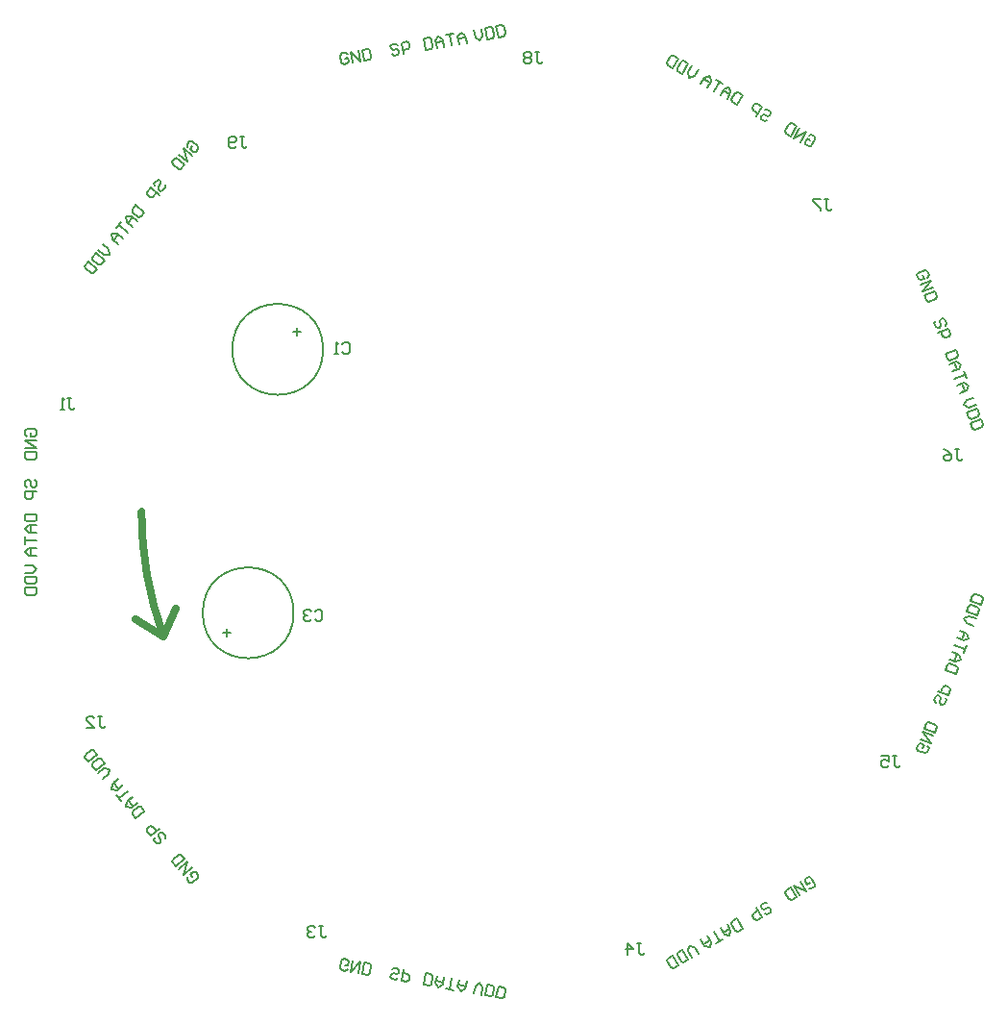
<source format=gbo>
G04*
G04 #@! TF.GenerationSoftware,Altium Limited,Altium Designer,21.7.2 (23)*
G04*
G04 Layer_Color=32896*
%FSAX44Y44*%
%MOMM*%
G71*
G04*
G04 #@! TF.SameCoordinates,F2B12908-CB5E-45EB-B16A-3418207F8AD6*
G04*
G04*
G04 #@! TF.FilePolarity,Positive*
G04*
G01*
G75*
%ADD10C,0.2000*%
%ADD123C,0.7000*%
D10*
X00280000Y00581000D02*
G03*
X00280000Y00581000I-00040000J00000000D01*
G01*
X00254000Y00349000D02*
G03*
X00254000Y00349000I-00040000J00000000D01*
G01*
X00131339Y00151151D02*
X00131134Y00148804D01*
X00133276Y00146251D01*
X00135623Y00146046D01*
X00136899Y00147117D01*
X00137105Y00149464D01*
X00134963Y00152017D01*
X00135168Y00154364D01*
X00136445Y00155435D01*
X00138792Y00155230D01*
X00140934Y00152677D01*
X00140728Y00150330D01*
X00135579Y00159059D02*
X00127921Y00152633D01*
X00124708Y00156462D01*
X00124913Y00158809D01*
X00127466Y00160951D01*
X00129813Y00160746D01*
X00133026Y00156917D01*
X00160265Y00116679D02*
X00160059Y00114332D01*
X00162201Y00111779D01*
X00164548Y00111574D01*
X00169654Y00115858D01*
X00169859Y00118205D01*
X00167717Y00120758D01*
X00165370Y00120963D01*
X00162817Y00118821D01*
X00164959Y00116269D01*
X00164504Y00124587D02*
X00156846Y00118161D01*
X00160221Y00129692D01*
X00152563Y00123266D01*
X00150421Y00125819D02*
X00158079Y00132245D01*
X00154866Y00136074D01*
X00152518Y00136279D01*
X00147413Y00131995D01*
X00147208Y00129648D01*
X00150421Y00125819D01*
X00115063Y00167956D02*
X00122721Y00174382D01*
X00119508Y00178211D01*
X00117161Y00178417D01*
X00112056Y00174133D01*
X00111850Y00171785D01*
X00115063Y00167956D01*
X00116295Y00182040D02*
X00111190Y00177756D01*
X00106495Y00178167D01*
X00106906Y00182862D01*
X00112011Y00187145D01*
X00108182Y00183933D01*
X00112466Y00178827D01*
X00102211Y00183272D02*
X00097928Y00188378D01*
X00100070Y00185825D01*
X00107727Y00192251D01*
X00103444Y00197356D02*
X00098338Y00193072D01*
X00093644Y00193483D01*
X00094054Y00198178D01*
X00099160Y00202461D01*
X00095331Y00199249D01*
X00099615Y00194143D01*
X00086138Y00202428D02*
X00091243Y00206712D01*
X00091654Y00211407D01*
X00086959Y00211818D01*
X00081854Y00207534D01*
X00079712Y00210086D02*
X00087370Y00216512D01*
X00084157Y00220341D01*
X00081810Y00220546D01*
X00076704Y00216263D01*
X00076499Y00213915D01*
X00079712Y00210086D01*
X00073286Y00217744D02*
X00080944Y00224170D01*
X00077731Y00227999D01*
X00075384Y00228204D01*
X00070279Y00223921D01*
X00070073Y00221573D01*
X00073286Y00217744D01*
X00668892Y00084218D02*
X00671168Y00083608D01*
X00674054Y00085274D01*
X00674664Y00087550D01*
X00673831Y00088993D01*
X00671555Y00089603D01*
X00668669Y00087936D01*
X00666393Y00088546D01*
X00665560Y00089989D01*
X00666170Y00092265D01*
X00669056Y00093931D01*
X00671332Y00093322D01*
X00661841Y00089766D02*
X00666840Y00081109D01*
X00662511Y00078609D01*
X00660235Y00079219D01*
X00658569Y00082105D01*
X00659179Y00084381D01*
X00663507Y00086880D01*
X00707863Y00106718D02*
X00710139Y00106108D01*
X00713025Y00107774D01*
X00713635Y00110050D01*
X00710303Y00115822D01*
X00708027Y00116431D01*
X00705141Y00114765D01*
X00704531Y00112489D01*
X00706197Y00109603D01*
X00709083Y00111270D01*
X00700812Y00112266D02*
X00705811Y00103609D01*
X00695041Y00108934D01*
X00700039Y00100276D01*
X00697153Y00098610D02*
X00692155Y00107268D01*
X00687826Y00104768D01*
X00687216Y00102493D01*
X00690548Y00096721D01*
X00692824Y00096111D01*
X00697153Y00098610D01*
X00649516Y00071107D02*
X00644518Y00079765D01*
X00640189Y00077265D01*
X00639579Y00074989D01*
X00642912Y00069218D01*
X00645188Y00068608D01*
X00649516Y00071107D01*
X00635860Y00074766D02*
X00639193Y00068995D01*
X00637973Y00064443D01*
X00633421Y00065662D01*
X00630089Y00071434D01*
X00632588Y00067105D01*
X00638360Y00070437D01*
X00632201Y00061110D02*
X00626430Y00057778D01*
X00629315Y00059444D01*
X00624317Y00068102D01*
X00618545Y00064769D02*
X00621878Y00058998D01*
X00620658Y00054446D01*
X00616106Y00055665D01*
X00612774Y00061437D01*
X00615273Y00057108D01*
X00621045Y00060441D01*
X00610545Y00048607D02*
X00607213Y00054379D01*
X00602661Y00055598D01*
X00601441Y00051046D01*
X00604774Y00045275D01*
X00601888Y00043609D02*
X00596889Y00052266D01*
X00592561Y00049767D01*
X00591951Y00047491D01*
X00595283Y00041719D01*
X00597559Y00041109D01*
X00601888Y00043609D01*
X00593230Y00038610D02*
X00588232Y00047268D01*
X00583903Y00044769D01*
X00583293Y00042492D01*
X00586626Y00036721D01*
X00588901Y00036111D01*
X00593230Y00038610D01*
X00345912Y00848732D02*
X00343982Y00850084D01*
X00340700Y00849505D01*
X00339349Y00847575D01*
X00339638Y00845934D01*
X00341568Y00844583D01*
X00344850Y00845162D01*
X00346780Y00843810D01*
X00347070Y00842169D01*
X00345718Y00840239D01*
X00342436Y00839660D01*
X00340506Y00841012D01*
X00350640Y00841107D02*
X00348904Y00850952D01*
X00353827Y00851820D01*
X00355757Y00850468D01*
X00356336Y00847187D01*
X00354984Y00845257D01*
X00350062Y00844389D01*
X00301596Y00840918D02*
X00299666Y00842270D01*
X00296384Y00841691D01*
X00295033Y00839761D01*
X00296190Y00833198D01*
X00298120Y00831846D01*
X00301402Y00832425D01*
X00302753Y00834355D01*
X00302174Y00837637D01*
X00298893Y00837058D01*
X00306324Y00833293D02*
X00304588Y00843138D01*
X00312887Y00834450D01*
X00311151Y00844295D01*
X00314433Y00844874D02*
X00316169Y00835029D01*
X00321091Y00835897D01*
X00322443Y00837827D01*
X00321286Y00844390D01*
X00319355Y00845742D01*
X00314433Y00844874D01*
X00368604Y00854425D02*
X00370340Y00844581D01*
X00375262Y00845449D01*
X00376614Y00847379D01*
X00375456Y00853942D01*
X00373526Y00855293D01*
X00368604Y00854425D01*
X00380185Y00846316D02*
X00379027Y00852880D01*
X00381730Y00856740D01*
X00385591Y00854037D01*
X00386748Y00847474D01*
X00385880Y00852396D01*
X00379317Y00851239D01*
X00388294Y00857897D02*
X00394857Y00859054D01*
X00391575Y00858476D01*
X00393311Y00848631D01*
X00399874Y00849788D02*
X00398717Y00856351D01*
X00401420Y00860212D01*
X00405280Y00857509D01*
X00406438Y00850946D01*
X00405570Y00855868D01*
X00399007Y00854711D01*
X00412920Y00862240D02*
X00414077Y00855676D01*
X00417938Y00852973D01*
X00420641Y00856834D01*
X00419483Y00863397D01*
X00422765Y00863976D02*
X00424501Y00854131D01*
X00429423Y00854999D01*
X00430775Y00856929D01*
X00429618Y00863492D01*
X00427687Y00864844D01*
X00422765Y00863976D01*
X00432610Y00865712D02*
X00434346Y00855866D01*
X00439268Y00856734D01*
X00440620Y00858665D01*
X00439463Y00865228D01*
X00437532Y00866579D01*
X00432610Y00865712D01*
X00828154Y00601981D02*
X00829150Y00604117D01*
X00828010Y00607248D01*
X00825875Y00608244D01*
X00824309Y00607674D01*
X00823313Y00605538D01*
X00824453Y00602407D01*
X00823457Y00600272D01*
X00821892Y00599702D01*
X00819756Y00600698D01*
X00818616Y00603829D01*
X00819612Y00605964D01*
X00821466Y00596001D02*
X00830860Y00599420D01*
X00832569Y00594723D01*
X00831573Y00592587D01*
X00828442Y00591448D01*
X00826307Y00592443D01*
X00824597Y00597140D01*
X00812763Y00644267D02*
X00813759Y00646403D01*
X00812620Y00649534D01*
X00810484Y00650530D01*
X00804221Y00648251D01*
X00803226Y00646115D01*
X00804365Y00642984D01*
X00806501Y00641988D01*
X00809632Y00643128D01*
X00808492Y00646259D01*
X00806075Y00638287D02*
X00815469Y00641706D01*
X00808354Y00632024D01*
X00817748Y00635443D01*
X00818888Y00632312D02*
X00809494Y00628893D01*
X00811204Y00624196D01*
X00813339Y00623200D01*
X00819602Y00625480D01*
X00820597Y00627615D01*
X00818888Y00632312D01*
X00837701Y00580623D02*
X00828307Y00577204D01*
X00830017Y00572507D01*
X00832152Y00571511D01*
X00838415Y00573791D01*
X00839411Y00575926D01*
X00837701Y00580623D01*
X00831726Y00567810D02*
X00837989Y00570089D01*
X00842260Y00568098D01*
X00840268Y00563827D01*
X00834006Y00561547D01*
X00838703Y00563257D01*
X00836423Y00569520D01*
X00844539Y00561835D02*
X00846819Y00555573D01*
X00845679Y00558704D01*
X00836285Y00555285D01*
X00838565Y00549022D02*
X00844827Y00551301D01*
X00849098Y00549310D01*
X00847107Y00545039D01*
X00840844Y00542760D01*
X00845541Y00544469D01*
X00843261Y00550732D01*
X00853092Y00538337D02*
X00846830Y00536057D01*
X00844838Y00531786D01*
X00849109Y00529795D01*
X00855372Y00532074D01*
X00856511Y00528943D02*
X00847117Y00525524D01*
X00848827Y00520827D01*
X00850962Y00519831D01*
X00857225Y00522110D01*
X00858221Y00524246D01*
X00856511Y00528943D01*
X00859930Y00519549D02*
X00850536Y00516130D01*
X00852246Y00511433D01*
X00854381Y00510437D01*
X00860644Y00512716D01*
X00861640Y00514852D01*
X00859930Y00519549D01*
X00131339Y00724848D02*
X00131134Y00727196D01*
X00133276Y00729749D01*
X00135623Y00729954D01*
X00136899Y00728883D01*
X00137105Y00726536D01*
X00134963Y00723983D01*
X00135168Y00721636D01*
X00136445Y00720565D01*
X00138792Y00720770D01*
X00140934Y00723323D01*
X00140728Y00725670D01*
X00135579Y00716941D02*
X00127921Y00723367D01*
X00124708Y00719538D01*
X00124913Y00717191D01*
X00127466Y00715049D01*
X00129813Y00715254D01*
X00133026Y00719083D01*
X00160265Y00759321D02*
X00160059Y00761668D01*
X00162201Y00764221D01*
X00164549Y00764426D01*
X00169654Y00760142D01*
X00169859Y00757795D01*
X00167717Y00755242D01*
X00165370Y00755037D01*
X00162817Y00757179D01*
X00164959Y00759731D01*
X00164504Y00751413D02*
X00156846Y00757839D01*
X00160221Y00746308D01*
X00152563Y00752734D01*
X00150421Y00750181D02*
X00158079Y00743755D01*
X00154866Y00739926D01*
X00152518Y00739721D01*
X00147413Y00744005D01*
X00147208Y00746352D01*
X00150421Y00750181D01*
X00115063Y00708044D02*
X00122721Y00701618D01*
X00119508Y00697789D01*
X00117161Y00697583D01*
X00112056Y00701867D01*
X00111850Y00704214D01*
X00115063Y00708044D01*
X00116295Y00693960D02*
X00111190Y00698244D01*
X00106495Y00697833D01*
X00106906Y00693138D01*
X00112011Y00688855D01*
X00108182Y00692067D01*
X00112466Y00697173D01*
X00102212Y00692728D02*
X00097928Y00687622D01*
X00100070Y00690175D01*
X00107727Y00683749D01*
X00103444Y00678644D02*
X00098338Y00682928D01*
X00093644Y00682517D01*
X00094054Y00677822D01*
X00099160Y00673539D01*
X00095331Y00676751D01*
X00099615Y00681857D01*
X00086138Y00673572D02*
X00091243Y00669288D01*
X00091654Y00664593D01*
X00086959Y00664182D01*
X00081854Y00668466D01*
X00079712Y00665914D02*
X00087370Y00659488D01*
X00084157Y00655659D01*
X00081810Y00655453D01*
X00076704Y00659737D01*
X00076499Y00662085D01*
X00079712Y00665914D01*
X00073286Y00658256D02*
X00080944Y00651830D01*
X00077731Y00648001D01*
X00075384Y00647795D01*
X00070279Y00652079D01*
X00070073Y00654427D01*
X00073286Y00658256D01*
X00668892Y00791782D02*
X00671168Y00792392D01*
X00674054Y00790726D01*
X00674664Y00788450D01*
X00673831Y00787007D01*
X00671555Y00786397D01*
X00668669Y00788063D01*
X00666393Y00787453D01*
X00665560Y00786011D01*
X00666170Y00783735D01*
X00669056Y00782068D01*
X00671332Y00782678D01*
X00661841Y00786234D02*
X00666840Y00794891D01*
X00662511Y00797390D01*
X00660235Y00796781D01*
X00658569Y00793895D01*
X00659179Y00791619D01*
X00663507Y00789120D01*
X00707864Y00769282D02*
X00710140Y00769892D01*
X00713025Y00768226D01*
X00713635Y00765950D01*
X00710303Y00760179D01*
X00708027Y00759569D01*
X00705141Y00761235D01*
X00704531Y00763511D01*
X00706198Y00766396D01*
X00709083Y00764730D01*
X00700813Y00763734D02*
X00705811Y00772391D01*
X00695041Y00767066D01*
X00700039Y00775724D01*
X00697153Y00777390D02*
X00692155Y00768732D01*
X00687826Y00771232D01*
X00687216Y00773508D01*
X00690549Y00779279D01*
X00692825Y00779889D01*
X00697153Y00777390D01*
X00649517Y00804893D02*
X00644518Y00796236D01*
X00640189Y00798735D01*
X00639580Y00801011D01*
X00642912Y00806782D01*
X00645188Y00807392D01*
X00649517Y00804893D01*
X00635861Y00801234D02*
X00639193Y00807005D01*
X00637973Y00811557D01*
X00633421Y00810338D01*
X00630089Y00804566D01*
X00632588Y00808895D01*
X00638360Y00805563D01*
X00632202Y00814890D02*
X00626430Y00818222D01*
X00629316Y00816556D01*
X00624317Y00807898D01*
X00618546Y00811231D02*
X00621878Y00817002D01*
X00620658Y00821554D01*
X00616106Y00820334D01*
X00612774Y00814563D01*
X00615273Y00818892D01*
X00621045Y00815559D01*
X00610545Y00827393D02*
X00607213Y00821621D01*
X00602661Y00820402D01*
X00601441Y00824954D01*
X00604774Y00830725D01*
X00601888Y00832391D02*
X00596889Y00823734D01*
X00592561Y00826233D01*
X00591951Y00828509D01*
X00595283Y00834281D01*
X00597559Y00834891D01*
X00601888Y00832391D01*
X00593230Y00837390D02*
X00588232Y00828732D01*
X00583903Y00831232D01*
X00583293Y00833507D01*
X00586626Y00839279D01*
X00588902Y00839889D01*
X00593230Y00837390D01*
X00828154Y00274019D02*
X00829150Y00271883D01*
X00828010Y00268752D01*
X00825875Y00267756D01*
X00824309Y00268326D01*
X00823314Y00270461D01*
X00824453Y00273593D01*
X00823457Y00275728D01*
X00821892Y00276298D01*
X00819756Y00275302D01*
X00818616Y00272171D01*
X00819612Y00270035D01*
X00821466Y00279999D02*
X00830860Y00276580D01*
X00832569Y00281277D01*
X00831573Y00283412D01*
X00828442Y00284552D01*
X00826307Y00283556D01*
X00824597Y00278859D01*
X00812763Y00231732D02*
X00813759Y00229597D01*
X00812619Y00226465D01*
X00810484Y00225470D01*
X00804221Y00227749D01*
X00803226Y00229885D01*
X00804365Y00233016D01*
X00806501Y00234012D01*
X00809632Y00232872D01*
X00808492Y00229741D01*
X00806075Y00237713D02*
X00815469Y00234294D01*
X00808354Y00243976D01*
X00817748Y00240556D01*
X00818888Y00243688D02*
X00809494Y00247107D01*
X00811204Y00251804D01*
X00813339Y00252799D01*
X00819602Y00250520D01*
X00820597Y00248385D01*
X00818888Y00243688D01*
X00837701Y00295377D02*
X00828307Y00298796D01*
X00830017Y00303493D01*
X00832152Y00304489D01*
X00838415Y00302209D01*
X00839411Y00300074D01*
X00837701Y00295377D01*
X00831726Y00308190D02*
X00837989Y00305910D01*
X00842260Y00307902D01*
X00840268Y00312173D01*
X00834006Y00314452D01*
X00838703Y00312743D01*
X00836423Y00306480D01*
X00844539Y00314165D02*
X00846819Y00320427D01*
X00845679Y00317296D01*
X00836285Y00320715D01*
X00838565Y00326978D02*
X00844827Y00324698D01*
X00849098Y00326690D01*
X00847106Y00330961D01*
X00840844Y00333240D01*
X00845541Y00331531D01*
X00843261Y00325268D01*
X00853092Y00337663D02*
X00846829Y00339943D01*
X00844838Y00344213D01*
X00849109Y00346205D01*
X00855371Y00343926D01*
X00856511Y00347057D02*
X00847117Y00350476D01*
X00848827Y00355173D01*
X00850962Y00356169D01*
X00857225Y00353889D01*
X00858221Y00351754D01*
X00856511Y00347057D01*
X00859930Y00356451D02*
X00850536Y00359870D01*
X00852246Y00364567D01*
X00854381Y00365563D01*
X00860644Y00363283D01*
X00861640Y00361148D01*
X00859930Y00356451D01*
X00345912Y00027268D02*
X00343982Y00025916D01*
X00340700Y00026495D01*
X00339349Y00028425D01*
X00339638Y00030066D01*
X00341568Y00031417D01*
X00344850Y00030838D01*
X00346780Y00032190D01*
X00347069Y00033831D01*
X00345718Y00035761D01*
X00342436Y00036340D01*
X00340506Y00034988D01*
X00350640Y00034893D02*
X00348904Y00025048D01*
X00353827Y00024180D01*
X00355757Y00025532D01*
X00356336Y00028813D01*
X00354984Y00030743D01*
X00350062Y00031611D01*
X00301596Y00035082D02*
X00299666Y00033730D01*
X00296384Y00034309D01*
X00295033Y00036239D01*
X00296190Y00042802D01*
X00298120Y00044154D01*
X00301402Y00043575D01*
X00302753Y00041645D01*
X00302174Y00038363D01*
X00298893Y00038942D01*
X00306324Y00042707D02*
X00304588Y00032862D01*
X00312887Y00041550D01*
X00311151Y00031705D01*
X00314433Y00031126D02*
X00316169Y00040971D01*
X00321091Y00040103D01*
X00322443Y00038173D01*
X00321286Y00031610D01*
X00319356Y00030258D01*
X00314433Y00031126D01*
X00368604Y00021575D02*
X00370340Y00031419D01*
X00375262Y00030552D01*
X00376614Y00028621D01*
X00375456Y00022058D01*
X00373526Y00020707D01*
X00368604Y00021575D01*
X00380185Y00029684D02*
X00379027Y00023120D01*
X00381730Y00019260D01*
X00385591Y00021963D01*
X00386748Y00028526D01*
X00385880Y00023604D01*
X00379317Y00024761D01*
X00388294Y00018103D02*
X00394857Y00016946D01*
X00391575Y00017524D01*
X00393311Y00027369D01*
X00399874Y00026212D02*
X00398717Y00019648D01*
X00401420Y00015788D01*
X00405280Y00018491D01*
X00406438Y00025055D01*
X00405570Y00020132D01*
X00399007Y00021289D01*
X00412920Y00013760D02*
X00414077Y00020324D01*
X00417938Y00023027D01*
X00420641Y00019166D01*
X00419483Y00012603D01*
X00422765Y00012024D02*
X00424501Y00021869D01*
X00429423Y00021001D01*
X00430775Y00019071D01*
X00429618Y00012508D01*
X00427688Y00011157D01*
X00422765Y00012024D01*
X00432610Y00010288D02*
X00434346Y00020133D01*
X00439268Y00019265D01*
X00440620Y00017335D01*
X00439463Y00010772D01*
X00437532Y00009421D01*
X00432610Y00010288D01*
X00019169Y00459336D02*
X00017503Y00461002D01*
Y00464334D01*
X00019169Y00466000D01*
X00020835D01*
X00022502Y00464334D01*
Y00461002D01*
X00024168Y00459336D01*
X00025834D01*
X00027500Y00461002D01*
Y00464334D01*
X00025834Y00466000D01*
X00027500Y00456003D02*
X00017503D01*
Y00451005D01*
X00019169Y00449339D01*
X00022502D01*
X00024168Y00451005D01*
Y00456003D01*
X00019169Y00504336D02*
X00017503Y00506002D01*
Y00509334D01*
X00019169Y00511000D01*
X00025834D01*
X00027500Y00509334D01*
Y00506002D01*
X00025834Y00504336D01*
X00022502D01*
Y00507668D01*
X00027500Y00501003D02*
X00017503D01*
X00027500Y00494339D01*
X00017503D01*
Y00491006D02*
X00027500D01*
Y00486008D01*
X00025834Y00484342D01*
X00019169D01*
X00017503Y00486008D01*
Y00491006D01*
Y00436000D02*
X00027500D01*
Y00431002D01*
X00025834Y00429336D01*
X00019169D01*
X00017503Y00431002D01*
Y00436000D01*
X00027500Y00426003D02*
X00020835D01*
X00017503Y00422671D01*
X00020835Y00419339D01*
X00027500D01*
X00022502D01*
Y00426003D01*
X00017503Y00416006D02*
Y00409342D01*
Y00412674D01*
X00027500D01*
Y00406010D02*
X00020835D01*
X00017503Y00402677D01*
X00020835Y00399345D01*
X00027500D01*
X00022502D01*
Y00406010D01*
X00017503Y00391000D02*
X00024168D01*
X00027500Y00387668D01*
X00024168Y00384336D01*
X00017503D01*
Y00381003D02*
X00027500D01*
Y00376005D01*
X00025834Y00374339D01*
X00019169D01*
X00017503Y00376005D01*
Y00381003D01*
Y00371006D02*
X00027500D01*
Y00366008D01*
X00025834Y00364342D01*
X00019169D01*
X00017503Y00366008D01*
Y00371006D01*
X00260500Y00596498D02*
X00253836D01*
X00257168Y00599831D02*
Y00593166D01*
X00192000Y00331752D02*
X00198664D01*
X00195332Y00328419D02*
Y00335084D01*
X00206666Y00767998D02*
X00209998D01*
X00208332D01*
Y00759668D01*
X00209998Y00758002D01*
X00211665D01*
X00213331Y00759668D01*
X00203334D02*
X00201668Y00758002D01*
X00198335D01*
X00196669Y00759668D01*
Y00766332D01*
X00198335Y00767998D01*
X00201668D01*
X00203334Y00766332D01*
Y00764666D01*
X00201668Y00763000D01*
X00196669D01*
X00466666Y00842998D02*
X00469998D01*
X00468332D01*
Y00834668D01*
X00469998Y00833002D01*
X00471665D01*
X00473331Y00834668D01*
X00463334Y00841332D02*
X00461668Y00842998D01*
X00458335D01*
X00456669Y00841332D01*
Y00839666D01*
X00458335Y00838000D01*
X00456669Y00836334D01*
Y00834668D01*
X00458335Y00833002D01*
X00461668D01*
X00463334Y00834668D01*
Y00836334D01*
X00461668Y00838000D01*
X00463334Y00839666D01*
Y00841332D01*
X00461668Y00838000D02*
X00458335D01*
X00721666Y00712998D02*
X00724998D01*
X00723332D01*
Y00704668D01*
X00724998Y00703002D01*
X00726665D01*
X00728331Y00704668D01*
X00718334Y00712998D02*
X00711669D01*
Y00711332D01*
X00718334Y00704668D01*
Y00703002D01*
X00836666Y00492998D02*
X00839998D01*
X00838332D01*
Y00484668D01*
X00839998Y00483002D01*
X00841665D01*
X00843331Y00484668D01*
X00826669Y00492998D02*
X00830002Y00491332D01*
X00833334Y00488000D01*
Y00484668D01*
X00831668Y00483002D01*
X00828335D01*
X00826669Y00484668D01*
Y00486334D01*
X00828335Y00488000D01*
X00833334D01*
X00781666Y00222998D02*
X00784998D01*
X00783332D01*
Y00214668D01*
X00784998Y00213002D01*
X00786665D01*
X00788331Y00214668D01*
X00771669Y00222998D02*
X00778334D01*
Y00218000D01*
X00775002Y00219666D01*
X00773335D01*
X00771669Y00218000D01*
Y00214668D01*
X00773335Y00213002D01*
X00776668D01*
X00778334Y00214668D01*
X00556666Y00057998D02*
X00559998D01*
X00558332D01*
Y00049668D01*
X00559998Y00048002D01*
X00561665D01*
X00563331Y00049668D01*
X00548335Y00048002D02*
Y00057998D01*
X00553334Y00053000D01*
X00546669D01*
X00276666Y00072998D02*
X00279998D01*
X00278332D01*
Y00064668D01*
X00279998Y00063002D01*
X00281665D01*
X00283331Y00064668D01*
X00273334Y00071332D02*
X00271668Y00072998D01*
X00268335D01*
X00266669Y00071332D01*
Y00069666D01*
X00268335Y00068000D01*
X00270002D01*
X00268335D01*
X00266669Y00066334D01*
Y00064668D01*
X00268335Y00063002D01*
X00271668D01*
X00273334Y00064668D01*
X00081666Y00257998D02*
X00084998D01*
X00083332D01*
Y00249668D01*
X00084998Y00248002D01*
X00086664D01*
X00088331Y00249668D01*
X00071669Y00248002D02*
X00078334D01*
X00071669Y00254666D01*
Y00256332D01*
X00073335Y00257998D01*
X00076668D01*
X00078334Y00256332D01*
X00055000Y00537998D02*
X00058332D01*
X00056666D01*
Y00529668D01*
X00058332Y00528002D01*
X00059998D01*
X00061665Y00529668D01*
X00051668Y00528002D02*
X00048335D01*
X00050002D01*
Y00537998D01*
X00051668Y00536332D01*
X00272666Y00343668D02*
X00274332Y00342002D01*
X00277665D01*
X00279331Y00343668D01*
Y00350332D01*
X00277665Y00351998D01*
X00274332D01*
X00272666Y00350332D01*
X00269334Y00343668D02*
X00267668Y00342002D01*
X00264335D01*
X00262669Y00343668D01*
Y00345334D01*
X00264335Y00347000D01*
X00266002D01*
X00264335D01*
X00262669Y00348666D01*
Y00350332D01*
X00264335Y00351998D01*
X00267668D01*
X00269334Y00350332D01*
X00297000Y00585332D02*
X00298666Y00586998D01*
X00301998D01*
X00303664Y00585332D01*
Y00578668D01*
X00301998Y00577002D01*
X00298666D01*
X00297000Y00578668D01*
X00293668Y00577002D02*
X00290336D01*
X00292002D01*
Y00586998D01*
X00293668Y00585332D01*
D123*
X00120000Y00438000D02*
G03*
X00139298Y00328554I00320000J00000000D01*
G01*
X00115000Y00343000D02*
X00139298Y00328554D01*
X00150000Y00353000D01*
M02*

</source>
